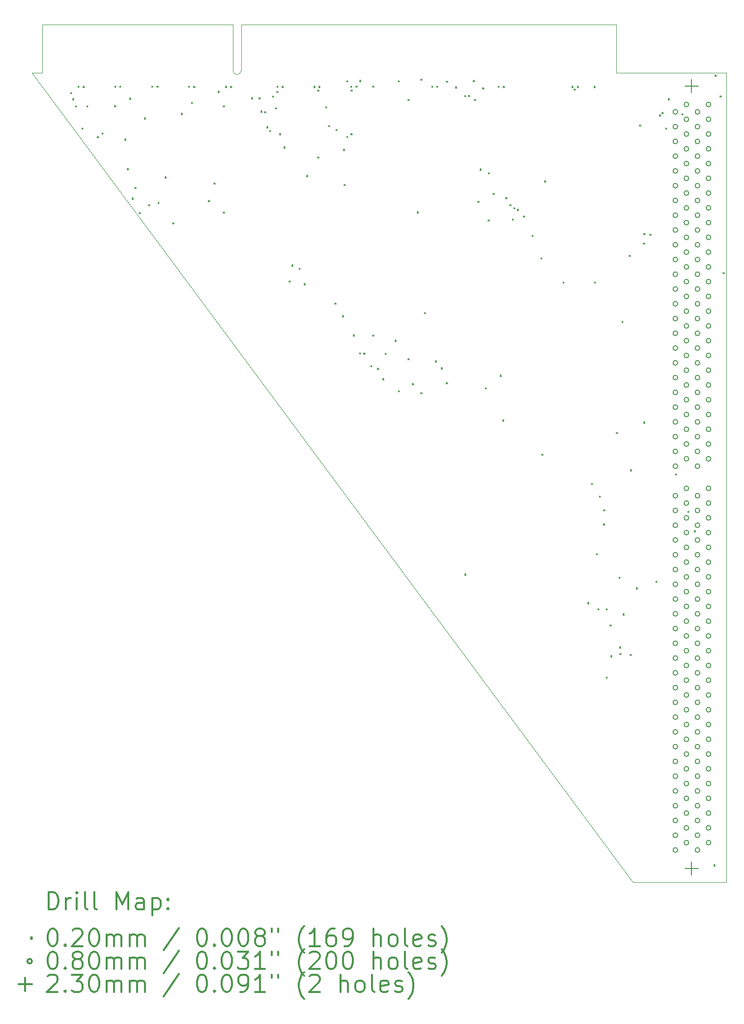
<source format=gbr>
%FSLAX45Y45*%
G04 Gerber Fmt 4.5, Leading zero omitted, Abs format (unit mm)*
G04 Created by KiCad (PCBNEW (5.1.6)-1) date 2023-02-01 13:27:30*
%MOMM*%
%LPD*%
G01*
G04 APERTURE LIST*
%TA.AperFunction,Profile*%
%ADD10C,0.050000*%
%TD*%
%ADD11C,0.200000*%
%ADD12C,0.300000*%
G04 APERTURE END LIST*
D10*
X14814804Y-17699736D02*
X4462780Y-3772154D01*
X14876272Y-3771900D02*
X14530324Y-3771900D01*
X4582160Y-3772154D02*
X4462780Y-3772154D01*
X4635754Y-3772154D02*
X4582160Y-3772154D01*
X16420084Y-17699736D02*
X14814804Y-17699736D01*
X16420084Y-3771900D02*
X16420084Y-17699736D01*
X14876272Y-3771900D02*
X16420084Y-3771900D01*
X4635754Y-2939542D02*
X4635754Y-3772154D01*
X7923784Y-2939542D02*
X4635754Y-2939542D01*
X14530324Y-3771900D02*
X14530324Y-3765296D01*
X14530324Y-2939542D02*
X14530324Y-3765296D01*
X7923784Y-3733038D02*
X7923784Y-3729482D01*
X8063487Y-3733292D02*
X8063484Y-3729482D01*
X8063487Y-3733292D02*
G75*
G02*
X7923784Y-3733038I-69852J0D01*
G01*
X8063484Y-2939542D02*
X14530324Y-2939542D01*
X8063484Y-3729482D02*
X8063484Y-2939542D01*
X7923784Y-2939542D02*
X7923784Y-3729482D01*
D11*
X5128928Y-4108356D02*
X5148928Y-4128356D01*
X5148928Y-4108356D02*
X5128928Y-4128356D01*
X5160210Y-4216830D02*
X5180210Y-4236830D01*
X5180210Y-4216830D02*
X5160210Y-4236830D01*
X5209680Y-4336000D02*
X5229680Y-4356000D01*
X5229680Y-4336000D02*
X5209680Y-4356000D01*
X5255670Y-4001420D02*
X5275670Y-4021420D01*
X5275670Y-4001420D02*
X5255670Y-4021420D01*
X5322476Y-4718464D02*
X5342476Y-4738464D01*
X5342476Y-4718464D02*
X5322476Y-4738464D01*
X5342290Y-4002690D02*
X5362290Y-4022690D01*
X5362290Y-4002690D02*
X5342290Y-4022690D01*
X5405250Y-4339930D02*
X5425250Y-4359930D01*
X5425250Y-4339930D02*
X5405250Y-4359930D01*
X5588560Y-4866770D02*
X5608560Y-4886770D01*
X5608560Y-4866770D02*
X5588560Y-4886770D01*
X5671080Y-4802630D02*
X5691080Y-4822630D01*
X5691080Y-4802630D02*
X5671080Y-4822630D01*
X5884324Y-4334416D02*
X5904324Y-4354416D01*
X5904324Y-4334416D02*
X5884324Y-4354416D01*
X5890420Y-4001170D02*
X5910420Y-4021170D01*
X5910420Y-4001170D02*
X5890420Y-4021170D01*
X5976780Y-4002180D02*
X5996780Y-4022180D01*
X5996780Y-4002180D02*
X5976780Y-4022180D01*
X6058370Y-4909290D02*
X6078370Y-4929290D01*
X6078370Y-4909290D02*
X6058370Y-4929290D01*
X6105890Y-5419190D02*
X6125890Y-5439190D01*
X6125890Y-5419190D02*
X6105890Y-5439190D01*
X6141130Y-4208150D02*
X6161130Y-4228150D01*
X6161130Y-4208150D02*
X6141130Y-4228150D01*
X6184230Y-5925600D02*
X6204230Y-5945600D01*
X6204230Y-5925600D02*
X6184230Y-5945600D01*
X6231740Y-5745200D02*
X6251740Y-5765200D01*
X6251740Y-5745200D02*
X6231740Y-5765200D01*
X6308400Y-6173770D02*
X6328400Y-6193770D01*
X6328400Y-6173770D02*
X6308400Y-6193770D01*
X6398670Y-4546580D02*
X6418670Y-4566580D01*
X6418670Y-4546580D02*
X6398670Y-4566580D01*
X6468524Y-6039264D02*
X6488524Y-6059264D01*
X6488524Y-6039264D02*
X6468524Y-6059264D01*
X6525930Y-4001170D02*
X6545930Y-4021170D01*
X6545930Y-4001170D02*
X6525930Y-4021170D01*
X6612290Y-4002180D02*
X6632290Y-4022180D01*
X6632290Y-4002180D02*
X6612290Y-4022180D01*
X6635420Y-5995640D02*
X6655420Y-6015640D01*
X6655420Y-5995640D02*
X6635420Y-6015640D01*
X6755010Y-5563000D02*
X6775010Y-5583000D01*
X6775010Y-5563000D02*
X6755010Y-5583000D01*
X6883880Y-6355060D02*
X6903880Y-6375060D01*
X6903880Y-6355060D02*
X6883880Y-6375060D01*
X7033670Y-4470190D02*
X7053670Y-4490190D01*
X7053670Y-4470190D02*
X7033670Y-4490190D01*
X7160670Y-4001420D02*
X7180670Y-4021420D01*
X7180670Y-4001420D02*
X7160670Y-4021420D01*
X7211220Y-4277520D02*
X7231220Y-4297520D01*
X7231220Y-4277520D02*
X7211220Y-4297520D01*
X7247290Y-4002690D02*
X7267290Y-4022690D01*
X7267290Y-4002690D02*
X7247290Y-4022690D01*
X7504050Y-5967140D02*
X7524050Y-5987140D01*
X7524050Y-5967140D02*
X7504050Y-5987140D01*
X7596150Y-5669130D02*
X7616150Y-5689130D01*
X7616150Y-5669130D02*
X7596150Y-5689130D01*
X7668670Y-4088140D02*
X7688670Y-4108140D01*
X7688670Y-4088140D02*
X7668670Y-4108140D01*
X7756330Y-4336100D02*
X7776330Y-4356100D01*
X7776330Y-4336100D02*
X7756330Y-4356100D01*
X7756330Y-6169910D02*
X7776330Y-6189910D01*
X7776330Y-6169910D02*
X7756330Y-6189910D01*
X7795670Y-4002950D02*
X7815670Y-4022950D01*
X7815670Y-4002950D02*
X7795670Y-4022950D01*
X7882800Y-4004220D02*
X7902800Y-4024220D01*
X7902800Y-4004220D02*
X7882800Y-4024220D01*
X8244492Y-4200304D02*
X8264492Y-4220304D01*
X8264492Y-4200304D02*
X8244492Y-4220304D01*
X8374540Y-4200304D02*
X8394540Y-4220304D01*
X8394540Y-4200304D02*
X8374540Y-4220304D01*
X8404400Y-4426670D02*
X8424400Y-4446670D01*
X8424400Y-4426670D02*
X8404400Y-4446670D01*
X8466320Y-4439070D02*
X8486320Y-4459070D01*
X8486320Y-4439070D02*
X8466320Y-4459070D01*
X8508500Y-4698520D02*
X8528500Y-4718520D01*
X8528500Y-4698520D02*
X8508500Y-4718520D01*
X8557670Y-4760800D02*
X8577670Y-4780800D01*
X8577670Y-4760800D02*
X8557670Y-4780800D01*
X8609440Y-4168120D02*
X8629440Y-4188120D01*
X8629440Y-4168120D02*
X8609440Y-4188120D01*
X8655972Y-4371500D02*
X8675972Y-4391500D01*
X8675972Y-4371500D02*
X8655972Y-4391500D01*
X8678260Y-4095680D02*
X8698260Y-4115680D01*
X8698260Y-4095680D02*
X8678260Y-4115680D01*
X8684930Y-4002180D02*
X8704930Y-4022180D01*
X8704930Y-4002180D02*
X8684930Y-4022180D01*
X8725380Y-4817300D02*
X8745380Y-4837300D01*
X8745380Y-4817300D02*
X8725380Y-4837300D01*
X8773830Y-4003200D02*
X8793830Y-4023200D01*
X8793830Y-4003200D02*
X8773830Y-4023200D01*
X8804250Y-5044270D02*
X8824250Y-5064270D01*
X8824250Y-5044270D02*
X8804250Y-5064270D01*
X8889930Y-7353030D02*
X8909930Y-7373030D01*
X8909930Y-7353030D02*
X8889930Y-7373030D01*
X8938670Y-7077460D02*
X8958670Y-7097460D01*
X8958670Y-7077460D02*
X8938670Y-7097460D01*
X9065670Y-7132040D02*
X9085670Y-7152040D01*
X9085670Y-7132040D02*
X9065670Y-7152040D01*
X9149380Y-7397790D02*
X9169380Y-7417790D01*
X9169380Y-7397790D02*
X9149380Y-7417790D01*
X9192670Y-5535910D02*
X9212670Y-5555910D01*
X9212670Y-5535910D02*
X9192670Y-5555910D01*
X9318400Y-4002690D02*
X9338400Y-4022690D01*
X9338400Y-4002690D02*
X9318400Y-4022690D01*
X9383170Y-4065020D02*
X9403170Y-4085020D01*
X9403170Y-4065020D02*
X9383170Y-4085020D01*
X9383170Y-5220500D02*
X9403170Y-5240500D01*
X9403170Y-5220500D02*
X9383170Y-5240500D01*
X9404760Y-4003710D02*
X9424760Y-4023710D01*
X9424760Y-4003710D02*
X9404760Y-4023710D01*
X9524550Y-4356860D02*
X9544550Y-4376860D01*
X9544550Y-4356860D02*
X9524550Y-4376860D01*
X9573670Y-4675090D02*
X9593670Y-4695090D01*
X9593670Y-4675090D02*
X9573670Y-4695090D01*
X9678068Y-7731920D02*
X9698068Y-7751920D01*
X9698068Y-7731920D02*
X9678068Y-7751920D01*
X9700670Y-4745110D02*
X9720670Y-4765110D01*
X9720670Y-4745110D02*
X9700670Y-4765110D01*
X9811672Y-7949852D02*
X9831672Y-7969852D01*
X9831672Y-7949852D02*
X9811672Y-7969852D01*
X9827670Y-5087010D02*
X9847670Y-5107010D01*
X9847670Y-5087010D02*
X9827670Y-5107010D01*
X9839104Y-5695856D02*
X9859104Y-5715856D01*
X9859104Y-5695856D02*
X9839104Y-5715856D01*
X9884920Y-3906290D02*
X9904920Y-3926290D01*
X9904920Y-3906290D02*
X9884920Y-3926290D01*
X9884920Y-4864830D02*
X9904920Y-4884830D01*
X9904920Y-4864830D02*
X9884920Y-4884830D01*
X9955440Y-4001170D02*
X9975440Y-4021170D01*
X9975440Y-4001170D02*
X9955440Y-4021170D01*
X9957110Y-4069270D02*
X9977110Y-4089270D01*
X9977110Y-4069270D02*
X9957110Y-4089270D01*
X9957110Y-4817320D02*
X9977110Y-4837320D01*
X9977110Y-4817320D02*
X9957110Y-4837320D01*
X9995060Y-8281068D02*
X10015060Y-8301068D01*
X10015060Y-8281068D02*
X9995060Y-8301068D01*
X10041800Y-4001680D02*
X10061800Y-4021680D01*
X10061800Y-4001680D02*
X10041800Y-4021680D01*
X10106330Y-3901820D02*
X10126330Y-3921820D01*
X10126330Y-3901820D02*
X10106330Y-3921820D01*
X10106330Y-8587120D02*
X10126330Y-8607120D01*
X10126330Y-8587120D02*
X10106330Y-8607120D01*
X10178620Y-8592200D02*
X10198620Y-8612200D01*
X10198620Y-8592200D02*
X10178620Y-8612200D01*
X10301970Y-8807520D02*
X10321970Y-8827520D01*
X10321970Y-8807520D02*
X10301970Y-8827520D01*
X10331870Y-3998270D02*
X10351870Y-4018270D01*
X10351870Y-3998270D02*
X10331870Y-4018270D01*
X10331870Y-8281480D02*
X10351870Y-8301480D01*
X10351870Y-8281480D02*
X10331870Y-8301480D01*
X10415120Y-8855890D02*
X10435120Y-8875890D01*
X10435120Y-8855890D02*
X10415120Y-8875890D01*
X10504040Y-9034350D02*
X10524040Y-9054350D01*
X10524040Y-9034350D02*
X10504040Y-9054350D01*
X10545200Y-8599620D02*
X10565200Y-8619620D01*
X10565200Y-8599620D02*
X10545200Y-8619620D01*
X10716670Y-8371500D02*
X10736670Y-8391500D01*
X10736670Y-8371500D02*
X10716670Y-8391500D01*
X10777560Y-3904240D02*
X10797560Y-3924240D01*
X10797560Y-3904240D02*
X10777560Y-3924240D01*
X10777560Y-9240650D02*
X10797560Y-9260650D01*
X10797560Y-9240650D02*
X10777560Y-9260650D01*
X10940870Y-4229330D02*
X10960870Y-4249330D01*
X10960870Y-4229330D02*
X10940870Y-4249330D01*
X10940870Y-8689710D02*
X10960870Y-8709710D01*
X10960870Y-8689710D02*
X10940870Y-8709710D01*
X11015124Y-9118252D02*
X11035124Y-9138252D01*
X11035124Y-9118252D02*
X11015124Y-9138252D01*
X11097670Y-6163310D02*
X11117670Y-6183310D01*
X11117670Y-6163310D02*
X11097670Y-6183310D01*
X11161170Y-3879090D02*
X11181170Y-3899090D01*
X11181170Y-3879090D02*
X11161170Y-3899090D01*
X11161170Y-9276370D02*
X11181170Y-9296370D01*
X11181170Y-9276370D02*
X11161170Y-9296370D01*
X11224670Y-7895130D02*
X11244670Y-7915130D01*
X11244670Y-7895130D02*
X11224670Y-7915130D01*
X11351700Y-4001930D02*
X11371700Y-4021930D01*
X11371700Y-4001930D02*
X11351700Y-4021930D01*
X11407808Y-8728616D02*
X11427808Y-8748616D01*
X11427808Y-8728616D02*
X11407808Y-8748616D01*
X11437300Y-4002180D02*
X11457300Y-4022180D01*
X11457300Y-4002180D02*
X11437300Y-4022180D01*
X11514000Y-8847210D02*
X11534000Y-8867210D01*
X11534000Y-8847210D02*
X11514000Y-8867210D01*
X11599260Y-3915790D02*
X11619260Y-3935790D01*
X11619260Y-3915790D02*
X11599260Y-3935790D01*
X11599260Y-9100760D02*
X11619260Y-9120760D01*
X11619260Y-9100760D02*
X11599260Y-9120760D01*
X11758836Y-4012852D02*
X11778836Y-4032852D01*
X11778836Y-4012852D02*
X11758836Y-4032852D01*
X11915320Y-4159310D02*
X11935320Y-4179310D01*
X11935320Y-4159310D02*
X11915320Y-4179310D01*
X11915320Y-12394650D02*
X11935320Y-12414650D01*
X11935320Y-12394650D02*
X11915320Y-12414650D01*
X11982380Y-4159310D02*
X12002380Y-4179310D01*
X12002380Y-4159310D02*
X11982380Y-4179310D01*
X12067450Y-3904010D02*
X12087450Y-3924010D01*
X12087450Y-3904010D02*
X12067450Y-3924010D01*
X12083320Y-4229330D02*
X12103320Y-4249330D01*
X12103320Y-4229330D02*
X12083320Y-4249330D01*
X12143600Y-5979150D02*
X12163600Y-5999150D01*
X12163600Y-5979150D02*
X12143600Y-5999150D01*
X12178460Y-5424980D02*
X12198460Y-5444980D01*
X12198460Y-5424980D02*
X12178460Y-5444980D01*
X12227880Y-4030900D02*
X12247880Y-4050900D01*
X12247880Y-4030900D02*
X12227880Y-4050900D01*
X12274120Y-9191850D02*
X12294120Y-9211850D01*
X12294120Y-9191850D02*
X12274120Y-9211850D01*
X12321630Y-6301520D02*
X12341630Y-6321520D01*
X12341630Y-6301520D02*
X12321630Y-6321520D01*
X12322420Y-5488400D02*
X12342420Y-5508400D01*
X12342420Y-5488400D02*
X12322420Y-5508400D01*
X12405960Y-5845190D02*
X12425960Y-5865190D01*
X12425960Y-5845190D02*
X12405960Y-5865190D01*
X12494700Y-4001930D02*
X12514700Y-4021930D01*
X12514700Y-4001930D02*
X12494700Y-4021930D01*
X12527800Y-8973750D02*
X12547800Y-8993750D01*
X12547800Y-8973750D02*
X12527800Y-8993750D01*
X12567572Y-9744616D02*
X12587572Y-9764616D01*
X12587572Y-9744616D02*
X12567572Y-9764616D01*
X12581300Y-4003200D02*
X12601300Y-4023200D01*
X12601300Y-4003200D02*
X12581300Y-4023200D01*
X12624080Y-5918560D02*
X12644080Y-5938560D01*
X12644080Y-5918560D02*
X12624080Y-5938560D01*
X12692360Y-6039750D02*
X12712360Y-6059750D01*
X12712360Y-6039750D02*
X12692360Y-6059750D01*
X12739870Y-6283930D02*
X12759870Y-6303930D01*
X12759870Y-6283930D02*
X12739870Y-6303930D01*
X12763630Y-6089750D02*
X12783630Y-6109750D01*
X12783630Y-6089750D02*
X12763630Y-6109750D01*
X12822390Y-6122080D02*
X12842390Y-6142080D01*
X12842390Y-6122080D02*
X12822390Y-6142080D01*
X12928590Y-6236420D02*
X12948590Y-6256420D01*
X12948590Y-6236420D02*
X12928590Y-6256420D01*
X13078630Y-6564390D02*
X13098630Y-6584390D01*
X13098630Y-6564390D02*
X13078630Y-6584390D01*
X13229496Y-6955188D02*
X13249496Y-6975188D01*
X13249496Y-6955188D02*
X13229496Y-6975188D01*
X13243720Y-10334912D02*
X13263720Y-10354912D01*
X13263720Y-10334912D02*
X13243720Y-10354912D01*
X13292996Y-5630832D02*
X13312996Y-5650832D01*
X13312996Y-5630832D02*
X13292996Y-5650832D01*
X13613544Y-7372256D02*
X13633544Y-7392256D01*
X13633544Y-7372256D02*
X13613544Y-7392256D01*
X13764900Y-4003200D02*
X13784900Y-4023200D01*
X13784900Y-4003200D02*
X13764900Y-4023200D01*
X13802370Y-4050730D02*
X13822370Y-4070730D01*
X13822370Y-4050730D02*
X13802370Y-4070730D01*
X13854300Y-4003200D02*
X13874300Y-4023200D01*
X13874300Y-4003200D02*
X13854300Y-4023200D01*
X14034168Y-12885580D02*
X14054168Y-12905580D01*
X14054168Y-12885580D02*
X14034168Y-12905580D01*
X14102910Y-10830590D02*
X14122910Y-10850590D01*
X14122910Y-10830590D02*
X14102910Y-10850590D01*
X14145400Y-4003200D02*
X14165400Y-4023200D01*
X14165400Y-4003200D02*
X14145400Y-4023200D01*
X14153548Y-7372256D02*
X14173548Y-7392256D01*
X14173548Y-7372256D02*
X14153548Y-7392256D01*
X14187584Y-12043824D02*
X14207584Y-12063824D01*
X14207584Y-12043824D02*
X14187584Y-12063824D01*
X14212990Y-12992280D02*
X14232990Y-13012280D01*
X14232990Y-12992280D02*
X14212990Y-13012280D01*
X14235336Y-11051192D02*
X14255336Y-11071192D01*
X14255336Y-11051192D02*
X14235336Y-11071192D01*
X14310012Y-11290968D02*
X14330012Y-11310968D01*
X14330012Y-11290968D02*
X14310012Y-11310968D01*
X14310012Y-11530744D02*
X14330012Y-11550744D01*
X14330012Y-11530744D02*
X14310012Y-11550744D01*
X14357350Y-12991770D02*
X14377350Y-13011770D01*
X14377350Y-12991770D02*
X14357350Y-13011770D01*
X14358780Y-14166248D02*
X14378780Y-14186248D01*
X14378780Y-14166248D02*
X14358780Y-14186248D01*
X14421264Y-13273184D02*
X14441264Y-13293184D01*
X14441264Y-13273184D02*
X14421264Y-13293184D01*
X14432948Y-13798964D02*
X14452948Y-13818964D01*
X14452948Y-13798964D02*
X14432948Y-13818964D01*
X14530140Y-9961940D02*
X14550140Y-9981940D01*
X14550140Y-9961940D02*
X14530140Y-9981940D01*
X14574680Y-12447684D02*
X14594680Y-12467684D01*
X14594680Y-12447684D02*
X14574680Y-12467684D01*
X14582808Y-13649104D02*
X14602808Y-13669104D01*
X14602808Y-13649104D02*
X14582808Y-13669104D01*
X14589950Y-13759540D02*
X14609950Y-13779540D01*
X14609950Y-13759540D02*
X14589950Y-13779540D01*
X14629020Y-8048860D02*
X14649020Y-8068860D01*
X14649020Y-8048860D02*
X14629020Y-8068860D01*
X14642244Y-13079636D02*
X14662244Y-13099636D01*
X14662244Y-13079636D02*
X14642244Y-13099636D01*
X14749432Y-6910992D02*
X14769432Y-6930992D01*
X14769432Y-6910992D02*
X14749432Y-6930992D01*
X14766704Y-13776612D02*
X14786704Y-13796612D01*
X14786704Y-13776612D02*
X14766704Y-13796612D01*
X14769130Y-10600800D02*
X14789130Y-10620800D01*
X14789130Y-10600800D02*
X14769130Y-10620800D01*
X14873580Y-12631960D02*
X14893580Y-12651960D01*
X14893580Y-12631960D02*
X14873580Y-12651960D01*
X14928440Y-4669270D02*
X14948440Y-4689270D01*
X14948440Y-4669270D02*
X14928440Y-4689270D01*
X14995812Y-6701696D02*
X15015812Y-6721696D01*
X15015812Y-6701696D02*
X14995812Y-6721696D01*
X14998352Y-9779668D02*
X15018352Y-9799668D01*
X15018352Y-9779668D02*
X14998352Y-9799668D01*
X15002580Y-6535400D02*
X15022580Y-6555400D01*
X15022580Y-6535400D02*
X15002580Y-6555400D01*
X15106556Y-6549804D02*
X15126556Y-6569804D01*
X15126556Y-6549804D02*
X15106556Y-6569804D01*
X15213236Y-12518296D02*
X15233236Y-12538296D01*
X15233236Y-12518296D02*
X15213236Y-12538296D01*
X15268960Y-4493780D02*
X15288960Y-4513780D01*
X15288960Y-4493780D02*
X15268960Y-4513780D01*
X15316480Y-4454010D02*
X15336480Y-4474010D01*
X15336480Y-4454010D02*
X15316480Y-4474010D01*
X15378220Y-4719710D02*
X15398220Y-4739710D01*
X15398220Y-4719710D02*
X15378220Y-4739710D01*
X15425730Y-4216800D02*
X15445730Y-4236800D01*
X15445730Y-4216800D02*
X15425730Y-4236800D01*
X15552072Y-10669176D02*
X15572072Y-10689176D01*
X15572072Y-10669176D02*
X15552072Y-10689176D01*
X15658170Y-4476240D02*
X15678170Y-4496240D01*
X15678170Y-4476240D02*
X15658170Y-4496240D01*
X15763460Y-11314590D02*
X15783460Y-11334590D01*
X15783460Y-11314590D02*
X15763460Y-11334590D01*
X15873390Y-11648720D02*
X15893390Y-11668720D01*
X15893390Y-11648720D02*
X15873390Y-11668720D01*
X16210948Y-17398144D02*
X16230948Y-17418144D01*
X16230948Y-17398144D02*
X16210948Y-17418144D01*
X16231440Y-3809130D02*
X16251440Y-3829130D01*
X16251440Y-3809130D02*
X16231440Y-3829130D01*
X16315030Y-4169290D02*
X16335030Y-4189290D01*
X16335030Y-4169290D02*
X16315030Y-4189290D01*
X16365820Y-7207700D02*
X16385820Y-7227700D01*
X16385820Y-7207700D02*
X16365820Y-7227700D01*
X15585800Y-4444500D02*
G75*
G03*
X15585800Y-4444500I-40000J0D01*
G01*
X15585800Y-4698500D02*
G75*
G03*
X15585800Y-4698500I-40000J0D01*
G01*
X15585800Y-4952500D02*
G75*
G03*
X15585800Y-4952500I-40000J0D01*
G01*
X15585800Y-5206500D02*
G75*
G03*
X15585800Y-5206500I-40000J0D01*
G01*
X15585800Y-5460500D02*
G75*
G03*
X15585800Y-5460500I-40000J0D01*
G01*
X15585800Y-5714500D02*
G75*
G03*
X15585800Y-5714500I-40000J0D01*
G01*
X15585800Y-5968500D02*
G75*
G03*
X15585800Y-5968500I-40000J0D01*
G01*
X15585800Y-6222500D02*
G75*
G03*
X15585800Y-6222500I-40000J0D01*
G01*
X15585800Y-6476500D02*
G75*
G03*
X15585800Y-6476500I-40000J0D01*
G01*
X15585800Y-6730500D02*
G75*
G03*
X15585800Y-6730500I-40000J0D01*
G01*
X15585800Y-6984500D02*
G75*
G03*
X15585800Y-6984500I-40000J0D01*
G01*
X15585800Y-7238500D02*
G75*
G03*
X15585800Y-7238500I-40000J0D01*
G01*
X15585800Y-7492500D02*
G75*
G03*
X15585800Y-7492500I-40000J0D01*
G01*
X15585800Y-7746500D02*
G75*
G03*
X15585800Y-7746500I-40000J0D01*
G01*
X15585800Y-8000500D02*
G75*
G03*
X15585800Y-8000500I-40000J0D01*
G01*
X15585800Y-8254500D02*
G75*
G03*
X15585800Y-8254500I-40000J0D01*
G01*
X15585800Y-8508500D02*
G75*
G03*
X15585800Y-8508500I-40000J0D01*
G01*
X15585800Y-8762500D02*
G75*
G03*
X15585800Y-8762500I-40000J0D01*
G01*
X15585800Y-9016500D02*
G75*
G03*
X15585800Y-9016500I-40000J0D01*
G01*
X15585800Y-9270500D02*
G75*
G03*
X15585800Y-9270500I-40000J0D01*
G01*
X15585800Y-9524500D02*
G75*
G03*
X15585800Y-9524500I-40000J0D01*
G01*
X15585800Y-9778500D02*
G75*
G03*
X15585800Y-9778500I-40000J0D01*
G01*
X15585800Y-10032500D02*
G75*
G03*
X15585800Y-10032500I-40000J0D01*
G01*
X15585800Y-10286500D02*
G75*
G03*
X15585800Y-10286500I-40000J0D01*
G01*
X15585800Y-10540500D02*
G75*
G03*
X15585800Y-10540500I-40000J0D01*
G01*
X15585800Y-11048500D02*
G75*
G03*
X15585800Y-11048500I-40000J0D01*
G01*
X15585800Y-11302500D02*
G75*
G03*
X15585800Y-11302500I-40000J0D01*
G01*
X15585800Y-11556500D02*
G75*
G03*
X15585800Y-11556500I-40000J0D01*
G01*
X15585800Y-11810500D02*
G75*
G03*
X15585800Y-11810500I-40000J0D01*
G01*
X15585800Y-12064500D02*
G75*
G03*
X15585800Y-12064500I-40000J0D01*
G01*
X15585800Y-12318500D02*
G75*
G03*
X15585800Y-12318500I-40000J0D01*
G01*
X15585800Y-12572500D02*
G75*
G03*
X15585800Y-12572500I-40000J0D01*
G01*
X15585800Y-12826500D02*
G75*
G03*
X15585800Y-12826500I-40000J0D01*
G01*
X15585800Y-13080500D02*
G75*
G03*
X15585800Y-13080500I-40000J0D01*
G01*
X15585800Y-13334500D02*
G75*
G03*
X15585800Y-13334500I-40000J0D01*
G01*
X15585800Y-13588500D02*
G75*
G03*
X15585800Y-13588500I-40000J0D01*
G01*
X15585800Y-13842500D02*
G75*
G03*
X15585800Y-13842500I-40000J0D01*
G01*
X15585800Y-14096500D02*
G75*
G03*
X15585800Y-14096500I-40000J0D01*
G01*
X15585800Y-14350500D02*
G75*
G03*
X15585800Y-14350500I-40000J0D01*
G01*
X15585800Y-14604500D02*
G75*
G03*
X15585800Y-14604500I-40000J0D01*
G01*
X15585800Y-14858500D02*
G75*
G03*
X15585800Y-14858500I-40000J0D01*
G01*
X15585800Y-15112500D02*
G75*
G03*
X15585800Y-15112500I-40000J0D01*
G01*
X15585800Y-15366500D02*
G75*
G03*
X15585800Y-15366500I-40000J0D01*
G01*
X15585800Y-15620500D02*
G75*
G03*
X15585800Y-15620500I-40000J0D01*
G01*
X15585800Y-15874500D02*
G75*
G03*
X15585800Y-15874500I-40000J0D01*
G01*
X15585800Y-16128500D02*
G75*
G03*
X15585800Y-16128500I-40000J0D01*
G01*
X15585800Y-16382500D02*
G75*
G03*
X15585800Y-16382500I-40000J0D01*
G01*
X15585800Y-16636500D02*
G75*
G03*
X15585800Y-16636500I-40000J0D01*
G01*
X15585800Y-16890500D02*
G75*
G03*
X15585800Y-16890500I-40000J0D01*
G01*
X15585800Y-17144500D02*
G75*
G03*
X15585800Y-17144500I-40000J0D01*
G01*
X15776300Y-4317500D02*
G75*
G03*
X15776300Y-4317500I-40000J0D01*
G01*
X15776300Y-4571500D02*
G75*
G03*
X15776300Y-4571500I-40000J0D01*
G01*
X15776300Y-4825500D02*
G75*
G03*
X15776300Y-4825500I-40000J0D01*
G01*
X15776300Y-5079500D02*
G75*
G03*
X15776300Y-5079500I-40000J0D01*
G01*
X15776300Y-5333500D02*
G75*
G03*
X15776300Y-5333500I-40000J0D01*
G01*
X15776300Y-5587500D02*
G75*
G03*
X15776300Y-5587500I-40000J0D01*
G01*
X15776300Y-5841500D02*
G75*
G03*
X15776300Y-5841500I-40000J0D01*
G01*
X15776300Y-6095500D02*
G75*
G03*
X15776300Y-6095500I-40000J0D01*
G01*
X15776300Y-6349500D02*
G75*
G03*
X15776300Y-6349500I-40000J0D01*
G01*
X15776300Y-6603500D02*
G75*
G03*
X15776300Y-6603500I-40000J0D01*
G01*
X15776300Y-6857500D02*
G75*
G03*
X15776300Y-6857500I-40000J0D01*
G01*
X15776300Y-7111500D02*
G75*
G03*
X15776300Y-7111500I-40000J0D01*
G01*
X15776300Y-7365500D02*
G75*
G03*
X15776300Y-7365500I-40000J0D01*
G01*
X15776300Y-7619500D02*
G75*
G03*
X15776300Y-7619500I-40000J0D01*
G01*
X15776300Y-7873500D02*
G75*
G03*
X15776300Y-7873500I-40000J0D01*
G01*
X15776300Y-8127500D02*
G75*
G03*
X15776300Y-8127500I-40000J0D01*
G01*
X15776300Y-8381500D02*
G75*
G03*
X15776300Y-8381500I-40000J0D01*
G01*
X15776300Y-8635500D02*
G75*
G03*
X15776300Y-8635500I-40000J0D01*
G01*
X15776300Y-8889500D02*
G75*
G03*
X15776300Y-8889500I-40000J0D01*
G01*
X15776300Y-9143500D02*
G75*
G03*
X15776300Y-9143500I-40000J0D01*
G01*
X15776300Y-9397500D02*
G75*
G03*
X15776300Y-9397500I-40000J0D01*
G01*
X15776300Y-9651500D02*
G75*
G03*
X15776300Y-9651500I-40000J0D01*
G01*
X15776300Y-9905500D02*
G75*
G03*
X15776300Y-9905500I-40000J0D01*
G01*
X15776300Y-10159500D02*
G75*
G03*
X15776300Y-10159500I-40000J0D01*
G01*
X15776300Y-10413500D02*
G75*
G03*
X15776300Y-10413500I-40000J0D01*
G01*
X15776300Y-10921500D02*
G75*
G03*
X15776300Y-10921500I-40000J0D01*
G01*
X15776300Y-11175500D02*
G75*
G03*
X15776300Y-11175500I-40000J0D01*
G01*
X15776300Y-11429500D02*
G75*
G03*
X15776300Y-11429500I-40000J0D01*
G01*
X15776300Y-11683500D02*
G75*
G03*
X15776300Y-11683500I-40000J0D01*
G01*
X15776300Y-11937500D02*
G75*
G03*
X15776300Y-11937500I-40000J0D01*
G01*
X15776300Y-12191500D02*
G75*
G03*
X15776300Y-12191500I-40000J0D01*
G01*
X15776300Y-12445500D02*
G75*
G03*
X15776300Y-12445500I-40000J0D01*
G01*
X15776300Y-12699500D02*
G75*
G03*
X15776300Y-12699500I-40000J0D01*
G01*
X15776300Y-12953500D02*
G75*
G03*
X15776300Y-12953500I-40000J0D01*
G01*
X15776300Y-13207500D02*
G75*
G03*
X15776300Y-13207500I-40000J0D01*
G01*
X15776300Y-13461500D02*
G75*
G03*
X15776300Y-13461500I-40000J0D01*
G01*
X15776300Y-13715500D02*
G75*
G03*
X15776300Y-13715500I-40000J0D01*
G01*
X15776300Y-13969500D02*
G75*
G03*
X15776300Y-13969500I-40000J0D01*
G01*
X15776300Y-14223500D02*
G75*
G03*
X15776300Y-14223500I-40000J0D01*
G01*
X15776300Y-14477500D02*
G75*
G03*
X15776300Y-14477500I-40000J0D01*
G01*
X15776300Y-14731500D02*
G75*
G03*
X15776300Y-14731500I-40000J0D01*
G01*
X15776300Y-14985500D02*
G75*
G03*
X15776300Y-14985500I-40000J0D01*
G01*
X15776300Y-15239500D02*
G75*
G03*
X15776300Y-15239500I-40000J0D01*
G01*
X15776300Y-15493500D02*
G75*
G03*
X15776300Y-15493500I-40000J0D01*
G01*
X15776300Y-15747500D02*
G75*
G03*
X15776300Y-15747500I-40000J0D01*
G01*
X15776300Y-16001500D02*
G75*
G03*
X15776300Y-16001500I-40000J0D01*
G01*
X15776300Y-16255500D02*
G75*
G03*
X15776300Y-16255500I-40000J0D01*
G01*
X15776300Y-16509500D02*
G75*
G03*
X15776300Y-16509500I-40000J0D01*
G01*
X15776300Y-16763500D02*
G75*
G03*
X15776300Y-16763500I-40000J0D01*
G01*
X15776300Y-17017500D02*
G75*
G03*
X15776300Y-17017500I-40000J0D01*
G01*
X15966800Y-4444500D02*
G75*
G03*
X15966800Y-4444500I-40000J0D01*
G01*
X15966800Y-4698500D02*
G75*
G03*
X15966800Y-4698500I-40000J0D01*
G01*
X15966800Y-4952500D02*
G75*
G03*
X15966800Y-4952500I-40000J0D01*
G01*
X15966800Y-5206500D02*
G75*
G03*
X15966800Y-5206500I-40000J0D01*
G01*
X15966800Y-5460500D02*
G75*
G03*
X15966800Y-5460500I-40000J0D01*
G01*
X15966800Y-5714500D02*
G75*
G03*
X15966800Y-5714500I-40000J0D01*
G01*
X15966800Y-5968500D02*
G75*
G03*
X15966800Y-5968500I-40000J0D01*
G01*
X15966800Y-6222500D02*
G75*
G03*
X15966800Y-6222500I-40000J0D01*
G01*
X15966800Y-6476500D02*
G75*
G03*
X15966800Y-6476500I-40000J0D01*
G01*
X15966800Y-6730500D02*
G75*
G03*
X15966800Y-6730500I-40000J0D01*
G01*
X15966800Y-6984500D02*
G75*
G03*
X15966800Y-6984500I-40000J0D01*
G01*
X15966800Y-7238500D02*
G75*
G03*
X15966800Y-7238500I-40000J0D01*
G01*
X15966800Y-7492500D02*
G75*
G03*
X15966800Y-7492500I-40000J0D01*
G01*
X15966800Y-7746500D02*
G75*
G03*
X15966800Y-7746500I-40000J0D01*
G01*
X15966800Y-8000500D02*
G75*
G03*
X15966800Y-8000500I-40000J0D01*
G01*
X15966800Y-8254500D02*
G75*
G03*
X15966800Y-8254500I-40000J0D01*
G01*
X15966800Y-8508500D02*
G75*
G03*
X15966800Y-8508500I-40000J0D01*
G01*
X15966800Y-8762500D02*
G75*
G03*
X15966800Y-8762500I-40000J0D01*
G01*
X15966800Y-9016500D02*
G75*
G03*
X15966800Y-9016500I-40000J0D01*
G01*
X15966800Y-9270500D02*
G75*
G03*
X15966800Y-9270500I-40000J0D01*
G01*
X15966800Y-9524500D02*
G75*
G03*
X15966800Y-9524500I-40000J0D01*
G01*
X15966800Y-9778500D02*
G75*
G03*
X15966800Y-9778500I-40000J0D01*
G01*
X15966800Y-10032500D02*
G75*
G03*
X15966800Y-10032500I-40000J0D01*
G01*
X15966800Y-10286500D02*
G75*
G03*
X15966800Y-10286500I-40000J0D01*
G01*
X15966800Y-10540500D02*
G75*
G03*
X15966800Y-10540500I-40000J0D01*
G01*
X15966800Y-11048500D02*
G75*
G03*
X15966800Y-11048500I-40000J0D01*
G01*
X15966800Y-11302500D02*
G75*
G03*
X15966800Y-11302500I-40000J0D01*
G01*
X15966800Y-11556500D02*
G75*
G03*
X15966800Y-11556500I-40000J0D01*
G01*
X15966800Y-11810500D02*
G75*
G03*
X15966800Y-11810500I-40000J0D01*
G01*
X15966800Y-12064500D02*
G75*
G03*
X15966800Y-12064500I-40000J0D01*
G01*
X15966800Y-12318500D02*
G75*
G03*
X15966800Y-12318500I-40000J0D01*
G01*
X15966800Y-12572500D02*
G75*
G03*
X15966800Y-12572500I-40000J0D01*
G01*
X15966800Y-12826500D02*
G75*
G03*
X15966800Y-12826500I-40000J0D01*
G01*
X15966800Y-13080500D02*
G75*
G03*
X15966800Y-13080500I-40000J0D01*
G01*
X15966800Y-13334500D02*
G75*
G03*
X15966800Y-13334500I-40000J0D01*
G01*
X15966800Y-13588500D02*
G75*
G03*
X15966800Y-13588500I-40000J0D01*
G01*
X15966800Y-13842500D02*
G75*
G03*
X15966800Y-13842500I-40000J0D01*
G01*
X15966800Y-14096500D02*
G75*
G03*
X15966800Y-14096500I-40000J0D01*
G01*
X15966800Y-14350500D02*
G75*
G03*
X15966800Y-14350500I-40000J0D01*
G01*
X15966800Y-14604500D02*
G75*
G03*
X15966800Y-14604500I-40000J0D01*
G01*
X15966800Y-14858500D02*
G75*
G03*
X15966800Y-14858500I-40000J0D01*
G01*
X15966800Y-15112500D02*
G75*
G03*
X15966800Y-15112500I-40000J0D01*
G01*
X15966800Y-15366500D02*
G75*
G03*
X15966800Y-15366500I-40000J0D01*
G01*
X15966800Y-15620500D02*
G75*
G03*
X15966800Y-15620500I-40000J0D01*
G01*
X15966800Y-15874500D02*
G75*
G03*
X15966800Y-15874500I-40000J0D01*
G01*
X15966800Y-16128500D02*
G75*
G03*
X15966800Y-16128500I-40000J0D01*
G01*
X15966800Y-16382500D02*
G75*
G03*
X15966800Y-16382500I-40000J0D01*
G01*
X15966800Y-16636500D02*
G75*
G03*
X15966800Y-16636500I-40000J0D01*
G01*
X15966800Y-16890500D02*
G75*
G03*
X15966800Y-16890500I-40000J0D01*
G01*
X15966800Y-17144500D02*
G75*
G03*
X15966800Y-17144500I-40000J0D01*
G01*
X16157300Y-4317500D02*
G75*
G03*
X16157300Y-4317500I-40000J0D01*
G01*
X16157300Y-4571500D02*
G75*
G03*
X16157300Y-4571500I-40000J0D01*
G01*
X16157300Y-4825500D02*
G75*
G03*
X16157300Y-4825500I-40000J0D01*
G01*
X16157300Y-5079500D02*
G75*
G03*
X16157300Y-5079500I-40000J0D01*
G01*
X16157300Y-5333500D02*
G75*
G03*
X16157300Y-5333500I-40000J0D01*
G01*
X16157300Y-5587500D02*
G75*
G03*
X16157300Y-5587500I-40000J0D01*
G01*
X16157300Y-5841500D02*
G75*
G03*
X16157300Y-5841500I-40000J0D01*
G01*
X16157300Y-6095500D02*
G75*
G03*
X16157300Y-6095500I-40000J0D01*
G01*
X16157300Y-6349500D02*
G75*
G03*
X16157300Y-6349500I-40000J0D01*
G01*
X16157300Y-6603500D02*
G75*
G03*
X16157300Y-6603500I-40000J0D01*
G01*
X16157300Y-6857500D02*
G75*
G03*
X16157300Y-6857500I-40000J0D01*
G01*
X16157300Y-7111500D02*
G75*
G03*
X16157300Y-7111500I-40000J0D01*
G01*
X16157300Y-7365500D02*
G75*
G03*
X16157300Y-7365500I-40000J0D01*
G01*
X16157300Y-7619500D02*
G75*
G03*
X16157300Y-7619500I-40000J0D01*
G01*
X16157300Y-7873500D02*
G75*
G03*
X16157300Y-7873500I-40000J0D01*
G01*
X16157300Y-8127500D02*
G75*
G03*
X16157300Y-8127500I-40000J0D01*
G01*
X16157300Y-8381500D02*
G75*
G03*
X16157300Y-8381500I-40000J0D01*
G01*
X16157300Y-8635500D02*
G75*
G03*
X16157300Y-8635500I-40000J0D01*
G01*
X16157300Y-8889500D02*
G75*
G03*
X16157300Y-8889500I-40000J0D01*
G01*
X16157300Y-9143500D02*
G75*
G03*
X16157300Y-9143500I-40000J0D01*
G01*
X16157300Y-9397500D02*
G75*
G03*
X16157300Y-9397500I-40000J0D01*
G01*
X16157300Y-9651500D02*
G75*
G03*
X16157300Y-9651500I-40000J0D01*
G01*
X16157300Y-9905500D02*
G75*
G03*
X16157300Y-9905500I-40000J0D01*
G01*
X16157300Y-10159500D02*
G75*
G03*
X16157300Y-10159500I-40000J0D01*
G01*
X16157300Y-10413500D02*
G75*
G03*
X16157300Y-10413500I-40000J0D01*
G01*
X16157300Y-10921500D02*
G75*
G03*
X16157300Y-10921500I-40000J0D01*
G01*
X16157300Y-11175500D02*
G75*
G03*
X16157300Y-11175500I-40000J0D01*
G01*
X16157300Y-11429500D02*
G75*
G03*
X16157300Y-11429500I-40000J0D01*
G01*
X16157300Y-11683500D02*
G75*
G03*
X16157300Y-11683500I-40000J0D01*
G01*
X16157300Y-11937500D02*
G75*
G03*
X16157300Y-11937500I-40000J0D01*
G01*
X16157300Y-12191500D02*
G75*
G03*
X16157300Y-12191500I-40000J0D01*
G01*
X16157300Y-12445500D02*
G75*
G03*
X16157300Y-12445500I-40000J0D01*
G01*
X16157300Y-12699500D02*
G75*
G03*
X16157300Y-12699500I-40000J0D01*
G01*
X16157300Y-12953500D02*
G75*
G03*
X16157300Y-12953500I-40000J0D01*
G01*
X16157300Y-13207500D02*
G75*
G03*
X16157300Y-13207500I-40000J0D01*
G01*
X16157300Y-13461500D02*
G75*
G03*
X16157300Y-13461500I-40000J0D01*
G01*
X16157300Y-13715500D02*
G75*
G03*
X16157300Y-13715500I-40000J0D01*
G01*
X16157300Y-13969500D02*
G75*
G03*
X16157300Y-13969500I-40000J0D01*
G01*
X16157300Y-14223500D02*
G75*
G03*
X16157300Y-14223500I-40000J0D01*
G01*
X16157300Y-14477500D02*
G75*
G03*
X16157300Y-14477500I-40000J0D01*
G01*
X16157300Y-14731500D02*
G75*
G03*
X16157300Y-14731500I-40000J0D01*
G01*
X16157300Y-14985500D02*
G75*
G03*
X16157300Y-14985500I-40000J0D01*
G01*
X16157300Y-15239500D02*
G75*
G03*
X16157300Y-15239500I-40000J0D01*
G01*
X16157300Y-15493500D02*
G75*
G03*
X16157300Y-15493500I-40000J0D01*
G01*
X16157300Y-15747500D02*
G75*
G03*
X16157300Y-15747500I-40000J0D01*
G01*
X16157300Y-16001500D02*
G75*
G03*
X16157300Y-16001500I-40000J0D01*
G01*
X16157300Y-16255500D02*
G75*
G03*
X16157300Y-16255500I-40000J0D01*
G01*
X16157300Y-16509500D02*
G75*
G03*
X16157300Y-16509500I-40000J0D01*
G01*
X16157300Y-16763500D02*
G75*
G03*
X16157300Y-16763500I-40000J0D01*
G01*
X16157300Y-17017500D02*
G75*
G03*
X16157300Y-17017500I-40000J0D01*
G01*
X15825200Y-3885000D02*
X15825200Y-4115000D01*
X15710200Y-4000000D02*
X15940200Y-4000000D01*
X15825200Y-17347000D02*
X15825200Y-17577000D01*
X15710200Y-17462000D02*
X15940200Y-17462000D01*
D12*
X4746708Y-18167950D02*
X4746708Y-17867950D01*
X4818137Y-17867950D01*
X4860994Y-17882236D01*
X4889566Y-17910808D01*
X4903851Y-17939379D01*
X4918137Y-17996522D01*
X4918137Y-18039379D01*
X4903851Y-18096522D01*
X4889566Y-18125093D01*
X4860994Y-18153665D01*
X4818137Y-18167950D01*
X4746708Y-18167950D01*
X5046708Y-18167950D02*
X5046708Y-17967950D01*
X5046708Y-18025093D02*
X5060994Y-17996522D01*
X5075280Y-17982236D01*
X5103851Y-17967950D01*
X5132423Y-17967950D01*
X5232423Y-18167950D02*
X5232423Y-17967950D01*
X5232423Y-17867950D02*
X5218137Y-17882236D01*
X5232423Y-17896522D01*
X5246708Y-17882236D01*
X5232423Y-17867950D01*
X5232423Y-17896522D01*
X5418137Y-18167950D02*
X5389566Y-18153665D01*
X5375280Y-18125093D01*
X5375280Y-17867950D01*
X5575280Y-18167950D02*
X5546708Y-18153665D01*
X5532423Y-18125093D01*
X5532423Y-17867950D01*
X5918137Y-18167950D02*
X5918137Y-17867950D01*
X6018137Y-18082236D01*
X6118137Y-17867950D01*
X6118137Y-18167950D01*
X6389566Y-18167950D02*
X6389566Y-18010808D01*
X6375280Y-17982236D01*
X6346708Y-17967950D01*
X6289566Y-17967950D01*
X6260994Y-17982236D01*
X6389566Y-18153665D02*
X6360994Y-18167950D01*
X6289566Y-18167950D01*
X6260994Y-18153665D01*
X6246708Y-18125093D01*
X6246708Y-18096522D01*
X6260994Y-18067950D01*
X6289566Y-18053665D01*
X6360994Y-18053665D01*
X6389566Y-18039379D01*
X6532423Y-17967950D02*
X6532423Y-18267950D01*
X6532423Y-17982236D02*
X6560994Y-17967950D01*
X6618137Y-17967950D01*
X6646708Y-17982236D01*
X6660994Y-17996522D01*
X6675280Y-18025093D01*
X6675280Y-18110808D01*
X6660994Y-18139379D01*
X6646708Y-18153665D01*
X6618137Y-18167950D01*
X6560994Y-18167950D01*
X6532423Y-18153665D01*
X6803851Y-18139379D02*
X6818137Y-18153665D01*
X6803851Y-18167950D01*
X6789566Y-18153665D01*
X6803851Y-18139379D01*
X6803851Y-18167950D01*
X6803851Y-17982236D02*
X6818137Y-17996522D01*
X6803851Y-18010808D01*
X6789566Y-17996522D01*
X6803851Y-17982236D01*
X6803851Y-18010808D01*
X4440280Y-18652236D02*
X4460280Y-18672236D01*
X4460280Y-18652236D02*
X4440280Y-18672236D01*
X4803851Y-18497950D02*
X4832423Y-18497950D01*
X4860994Y-18512236D01*
X4875280Y-18526522D01*
X4889566Y-18555093D01*
X4903851Y-18612236D01*
X4903851Y-18683665D01*
X4889566Y-18740808D01*
X4875280Y-18769379D01*
X4860994Y-18783665D01*
X4832423Y-18797950D01*
X4803851Y-18797950D01*
X4775280Y-18783665D01*
X4760994Y-18769379D01*
X4746708Y-18740808D01*
X4732423Y-18683665D01*
X4732423Y-18612236D01*
X4746708Y-18555093D01*
X4760994Y-18526522D01*
X4775280Y-18512236D01*
X4803851Y-18497950D01*
X5032423Y-18769379D02*
X5046708Y-18783665D01*
X5032423Y-18797950D01*
X5018137Y-18783665D01*
X5032423Y-18769379D01*
X5032423Y-18797950D01*
X5160994Y-18526522D02*
X5175280Y-18512236D01*
X5203851Y-18497950D01*
X5275280Y-18497950D01*
X5303851Y-18512236D01*
X5318137Y-18526522D01*
X5332423Y-18555093D01*
X5332423Y-18583665D01*
X5318137Y-18626522D01*
X5146708Y-18797950D01*
X5332423Y-18797950D01*
X5518137Y-18497950D02*
X5546708Y-18497950D01*
X5575280Y-18512236D01*
X5589566Y-18526522D01*
X5603851Y-18555093D01*
X5618137Y-18612236D01*
X5618137Y-18683665D01*
X5603851Y-18740808D01*
X5589566Y-18769379D01*
X5575280Y-18783665D01*
X5546708Y-18797950D01*
X5518137Y-18797950D01*
X5489566Y-18783665D01*
X5475280Y-18769379D01*
X5460994Y-18740808D01*
X5446708Y-18683665D01*
X5446708Y-18612236D01*
X5460994Y-18555093D01*
X5475280Y-18526522D01*
X5489566Y-18512236D01*
X5518137Y-18497950D01*
X5746708Y-18797950D02*
X5746708Y-18597950D01*
X5746708Y-18626522D02*
X5760994Y-18612236D01*
X5789566Y-18597950D01*
X5832423Y-18597950D01*
X5860994Y-18612236D01*
X5875280Y-18640808D01*
X5875280Y-18797950D01*
X5875280Y-18640808D02*
X5889566Y-18612236D01*
X5918137Y-18597950D01*
X5960994Y-18597950D01*
X5989566Y-18612236D01*
X6003851Y-18640808D01*
X6003851Y-18797950D01*
X6146708Y-18797950D02*
X6146708Y-18597950D01*
X6146708Y-18626522D02*
X6160994Y-18612236D01*
X6189566Y-18597950D01*
X6232423Y-18597950D01*
X6260994Y-18612236D01*
X6275280Y-18640808D01*
X6275280Y-18797950D01*
X6275280Y-18640808D02*
X6289566Y-18612236D01*
X6318137Y-18597950D01*
X6360994Y-18597950D01*
X6389566Y-18612236D01*
X6403851Y-18640808D01*
X6403851Y-18797950D01*
X6989566Y-18483665D02*
X6732423Y-18869379D01*
X7375280Y-18497950D02*
X7403851Y-18497950D01*
X7432423Y-18512236D01*
X7446708Y-18526522D01*
X7460994Y-18555093D01*
X7475280Y-18612236D01*
X7475280Y-18683665D01*
X7460994Y-18740808D01*
X7446708Y-18769379D01*
X7432423Y-18783665D01*
X7403851Y-18797950D01*
X7375280Y-18797950D01*
X7346708Y-18783665D01*
X7332423Y-18769379D01*
X7318137Y-18740808D01*
X7303851Y-18683665D01*
X7303851Y-18612236D01*
X7318137Y-18555093D01*
X7332423Y-18526522D01*
X7346708Y-18512236D01*
X7375280Y-18497950D01*
X7603851Y-18769379D02*
X7618137Y-18783665D01*
X7603851Y-18797950D01*
X7589566Y-18783665D01*
X7603851Y-18769379D01*
X7603851Y-18797950D01*
X7803851Y-18497950D02*
X7832423Y-18497950D01*
X7860994Y-18512236D01*
X7875280Y-18526522D01*
X7889566Y-18555093D01*
X7903851Y-18612236D01*
X7903851Y-18683665D01*
X7889566Y-18740808D01*
X7875280Y-18769379D01*
X7860994Y-18783665D01*
X7832423Y-18797950D01*
X7803851Y-18797950D01*
X7775280Y-18783665D01*
X7760994Y-18769379D01*
X7746708Y-18740808D01*
X7732423Y-18683665D01*
X7732423Y-18612236D01*
X7746708Y-18555093D01*
X7760994Y-18526522D01*
X7775280Y-18512236D01*
X7803851Y-18497950D01*
X8089566Y-18497950D02*
X8118137Y-18497950D01*
X8146708Y-18512236D01*
X8160994Y-18526522D01*
X8175280Y-18555093D01*
X8189566Y-18612236D01*
X8189566Y-18683665D01*
X8175280Y-18740808D01*
X8160994Y-18769379D01*
X8146708Y-18783665D01*
X8118137Y-18797950D01*
X8089566Y-18797950D01*
X8060994Y-18783665D01*
X8046708Y-18769379D01*
X8032423Y-18740808D01*
X8018137Y-18683665D01*
X8018137Y-18612236D01*
X8032423Y-18555093D01*
X8046708Y-18526522D01*
X8060994Y-18512236D01*
X8089566Y-18497950D01*
X8360994Y-18626522D02*
X8332423Y-18612236D01*
X8318137Y-18597950D01*
X8303851Y-18569379D01*
X8303851Y-18555093D01*
X8318137Y-18526522D01*
X8332423Y-18512236D01*
X8360994Y-18497950D01*
X8418137Y-18497950D01*
X8446708Y-18512236D01*
X8460994Y-18526522D01*
X8475280Y-18555093D01*
X8475280Y-18569379D01*
X8460994Y-18597950D01*
X8446708Y-18612236D01*
X8418137Y-18626522D01*
X8360994Y-18626522D01*
X8332423Y-18640808D01*
X8318137Y-18655093D01*
X8303851Y-18683665D01*
X8303851Y-18740808D01*
X8318137Y-18769379D01*
X8332423Y-18783665D01*
X8360994Y-18797950D01*
X8418137Y-18797950D01*
X8446708Y-18783665D01*
X8460994Y-18769379D01*
X8475280Y-18740808D01*
X8475280Y-18683665D01*
X8460994Y-18655093D01*
X8446708Y-18640808D01*
X8418137Y-18626522D01*
X8589566Y-18497950D02*
X8589566Y-18555093D01*
X8703851Y-18497950D02*
X8703851Y-18555093D01*
X9146708Y-18912236D02*
X9132423Y-18897950D01*
X9103851Y-18855093D01*
X9089566Y-18826522D01*
X9075280Y-18783665D01*
X9060994Y-18712236D01*
X9060994Y-18655093D01*
X9075280Y-18583665D01*
X9089566Y-18540808D01*
X9103851Y-18512236D01*
X9132423Y-18469379D01*
X9146708Y-18455093D01*
X9418137Y-18797950D02*
X9246708Y-18797950D01*
X9332423Y-18797950D02*
X9332423Y-18497950D01*
X9303851Y-18540808D01*
X9275280Y-18569379D01*
X9246708Y-18583665D01*
X9675280Y-18497950D02*
X9618137Y-18497950D01*
X9589566Y-18512236D01*
X9575280Y-18526522D01*
X9546708Y-18569379D01*
X9532423Y-18626522D01*
X9532423Y-18740808D01*
X9546708Y-18769379D01*
X9560994Y-18783665D01*
X9589566Y-18797950D01*
X9646708Y-18797950D01*
X9675280Y-18783665D01*
X9689566Y-18769379D01*
X9703851Y-18740808D01*
X9703851Y-18669379D01*
X9689566Y-18640808D01*
X9675280Y-18626522D01*
X9646708Y-18612236D01*
X9589566Y-18612236D01*
X9560994Y-18626522D01*
X9546708Y-18640808D01*
X9532423Y-18669379D01*
X9846708Y-18797950D02*
X9903851Y-18797950D01*
X9932423Y-18783665D01*
X9946708Y-18769379D01*
X9975280Y-18726522D01*
X9989566Y-18669379D01*
X9989566Y-18555093D01*
X9975280Y-18526522D01*
X9960994Y-18512236D01*
X9932423Y-18497950D01*
X9875280Y-18497950D01*
X9846708Y-18512236D01*
X9832423Y-18526522D01*
X9818137Y-18555093D01*
X9818137Y-18626522D01*
X9832423Y-18655093D01*
X9846708Y-18669379D01*
X9875280Y-18683665D01*
X9932423Y-18683665D01*
X9960994Y-18669379D01*
X9975280Y-18655093D01*
X9989566Y-18626522D01*
X10346708Y-18797950D02*
X10346708Y-18497950D01*
X10475280Y-18797950D02*
X10475280Y-18640808D01*
X10460994Y-18612236D01*
X10432423Y-18597950D01*
X10389566Y-18597950D01*
X10360994Y-18612236D01*
X10346708Y-18626522D01*
X10660994Y-18797950D02*
X10632423Y-18783665D01*
X10618137Y-18769379D01*
X10603851Y-18740808D01*
X10603851Y-18655093D01*
X10618137Y-18626522D01*
X10632423Y-18612236D01*
X10660994Y-18597950D01*
X10703851Y-18597950D01*
X10732423Y-18612236D01*
X10746708Y-18626522D01*
X10760994Y-18655093D01*
X10760994Y-18740808D01*
X10746708Y-18769379D01*
X10732423Y-18783665D01*
X10703851Y-18797950D01*
X10660994Y-18797950D01*
X10932423Y-18797950D02*
X10903851Y-18783665D01*
X10889566Y-18755093D01*
X10889566Y-18497950D01*
X11160994Y-18783665D02*
X11132423Y-18797950D01*
X11075280Y-18797950D01*
X11046708Y-18783665D01*
X11032423Y-18755093D01*
X11032423Y-18640808D01*
X11046708Y-18612236D01*
X11075280Y-18597950D01*
X11132423Y-18597950D01*
X11160994Y-18612236D01*
X11175280Y-18640808D01*
X11175280Y-18669379D01*
X11032423Y-18697950D01*
X11289566Y-18783665D02*
X11318137Y-18797950D01*
X11375280Y-18797950D01*
X11403851Y-18783665D01*
X11418137Y-18755093D01*
X11418137Y-18740808D01*
X11403851Y-18712236D01*
X11375280Y-18697950D01*
X11332423Y-18697950D01*
X11303851Y-18683665D01*
X11289566Y-18655093D01*
X11289566Y-18640808D01*
X11303851Y-18612236D01*
X11332423Y-18597950D01*
X11375280Y-18597950D01*
X11403851Y-18612236D01*
X11518137Y-18912236D02*
X11532423Y-18897950D01*
X11560994Y-18855093D01*
X11575280Y-18826522D01*
X11589566Y-18783665D01*
X11603851Y-18712236D01*
X11603851Y-18655093D01*
X11589566Y-18583665D01*
X11575280Y-18540808D01*
X11560994Y-18512236D01*
X11532423Y-18469379D01*
X11518137Y-18455093D01*
X4460280Y-19058236D02*
G75*
G03*
X4460280Y-19058236I-40000J0D01*
G01*
X4803851Y-18893950D02*
X4832423Y-18893950D01*
X4860994Y-18908236D01*
X4875280Y-18922522D01*
X4889566Y-18951093D01*
X4903851Y-19008236D01*
X4903851Y-19079665D01*
X4889566Y-19136808D01*
X4875280Y-19165379D01*
X4860994Y-19179665D01*
X4832423Y-19193950D01*
X4803851Y-19193950D01*
X4775280Y-19179665D01*
X4760994Y-19165379D01*
X4746708Y-19136808D01*
X4732423Y-19079665D01*
X4732423Y-19008236D01*
X4746708Y-18951093D01*
X4760994Y-18922522D01*
X4775280Y-18908236D01*
X4803851Y-18893950D01*
X5032423Y-19165379D02*
X5046708Y-19179665D01*
X5032423Y-19193950D01*
X5018137Y-19179665D01*
X5032423Y-19165379D01*
X5032423Y-19193950D01*
X5218137Y-19022522D02*
X5189566Y-19008236D01*
X5175280Y-18993950D01*
X5160994Y-18965379D01*
X5160994Y-18951093D01*
X5175280Y-18922522D01*
X5189566Y-18908236D01*
X5218137Y-18893950D01*
X5275280Y-18893950D01*
X5303851Y-18908236D01*
X5318137Y-18922522D01*
X5332423Y-18951093D01*
X5332423Y-18965379D01*
X5318137Y-18993950D01*
X5303851Y-19008236D01*
X5275280Y-19022522D01*
X5218137Y-19022522D01*
X5189566Y-19036808D01*
X5175280Y-19051093D01*
X5160994Y-19079665D01*
X5160994Y-19136808D01*
X5175280Y-19165379D01*
X5189566Y-19179665D01*
X5218137Y-19193950D01*
X5275280Y-19193950D01*
X5303851Y-19179665D01*
X5318137Y-19165379D01*
X5332423Y-19136808D01*
X5332423Y-19079665D01*
X5318137Y-19051093D01*
X5303851Y-19036808D01*
X5275280Y-19022522D01*
X5518137Y-18893950D02*
X5546708Y-18893950D01*
X5575280Y-18908236D01*
X5589566Y-18922522D01*
X5603851Y-18951093D01*
X5618137Y-19008236D01*
X5618137Y-19079665D01*
X5603851Y-19136808D01*
X5589566Y-19165379D01*
X5575280Y-19179665D01*
X5546708Y-19193950D01*
X5518137Y-19193950D01*
X5489566Y-19179665D01*
X5475280Y-19165379D01*
X5460994Y-19136808D01*
X5446708Y-19079665D01*
X5446708Y-19008236D01*
X5460994Y-18951093D01*
X5475280Y-18922522D01*
X5489566Y-18908236D01*
X5518137Y-18893950D01*
X5746708Y-19193950D02*
X5746708Y-18993950D01*
X5746708Y-19022522D02*
X5760994Y-19008236D01*
X5789566Y-18993950D01*
X5832423Y-18993950D01*
X5860994Y-19008236D01*
X5875280Y-19036808D01*
X5875280Y-19193950D01*
X5875280Y-19036808D02*
X5889566Y-19008236D01*
X5918137Y-18993950D01*
X5960994Y-18993950D01*
X5989566Y-19008236D01*
X6003851Y-19036808D01*
X6003851Y-19193950D01*
X6146708Y-19193950D02*
X6146708Y-18993950D01*
X6146708Y-19022522D02*
X6160994Y-19008236D01*
X6189566Y-18993950D01*
X6232423Y-18993950D01*
X6260994Y-19008236D01*
X6275280Y-19036808D01*
X6275280Y-19193950D01*
X6275280Y-19036808D02*
X6289566Y-19008236D01*
X6318137Y-18993950D01*
X6360994Y-18993950D01*
X6389566Y-19008236D01*
X6403851Y-19036808D01*
X6403851Y-19193950D01*
X6989566Y-18879665D02*
X6732423Y-19265379D01*
X7375280Y-18893950D02*
X7403851Y-18893950D01*
X7432423Y-18908236D01*
X7446708Y-18922522D01*
X7460994Y-18951093D01*
X7475280Y-19008236D01*
X7475280Y-19079665D01*
X7460994Y-19136808D01*
X7446708Y-19165379D01*
X7432423Y-19179665D01*
X7403851Y-19193950D01*
X7375280Y-19193950D01*
X7346708Y-19179665D01*
X7332423Y-19165379D01*
X7318137Y-19136808D01*
X7303851Y-19079665D01*
X7303851Y-19008236D01*
X7318137Y-18951093D01*
X7332423Y-18922522D01*
X7346708Y-18908236D01*
X7375280Y-18893950D01*
X7603851Y-19165379D02*
X7618137Y-19179665D01*
X7603851Y-19193950D01*
X7589566Y-19179665D01*
X7603851Y-19165379D01*
X7603851Y-19193950D01*
X7803851Y-18893950D02*
X7832423Y-18893950D01*
X7860994Y-18908236D01*
X7875280Y-18922522D01*
X7889566Y-18951093D01*
X7903851Y-19008236D01*
X7903851Y-19079665D01*
X7889566Y-19136808D01*
X7875280Y-19165379D01*
X7860994Y-19179665D01*
X7832423Y-19193950D01*
X7803851Y-19193950D01*
X7775280Y-19179665D01*
X7760994Y-19165379D01*
X7746708Y-19136808D01*
X7732423Y-19079665D01*
X7732423Y-19008236D01*
X7746708Y-18951093D01*
X7760994Y-18922522D01*
X7775280Y-18908236D01*
X7803851Y-18893950D01*
X8003851Y-18893950D02*
X8189566Y-18893950D01*
X8089566Y-19008236D01*
X8132423Y-19008236D01*
X8160994Y-19022522D01*
X8175280Y-19036808D01*
X8189566Y-19065379D01*
X8189566Y-19136808D01*
X8175280Y-19165379D01*
X8160994Y-19179665D01*
X8132423Y-19193950D01*
X8046708Y-19193950D01*
X8018137Y-19179665D01*
X8003851Y-19165379D01*
X8475280Y-19193950D02*
X8303851Y-19193950D01*
X8389566Y-19193950D02*
X8389566Y-18893950D01*
X8360994Y-18936808D01*
X8332423Y-18965379D01*
X8303851Y-18979665D01*
X8589566Y-18893950D02*
X8589566Y-18951093D01*
X8703851Y-18893950D02*
X8703851Y-18951093D01*
X9146708Y-19308236D02*
X9132423Y-19293950D01*
X9103851Y-19251093D01*
X9089566Y-19222522D01*
X9075280Y-19179665D01*
X9060994Y-19108236D01*
X9060994Y-19051093D01*
X9075280Y-18979665D01*
X9089566Y-18936808D01*
X9103851Y-18908236D01*
X9132423Y-18865379D01*
X9146708Y-18851093D01*
X9246708Y-18922522D02*
X9260994Y-18908236D01*
X9289566Y-18893950D01*
X9360994Y-18893950D01*
X9389566Y-18908236D01*
X9403851Y-18922522D01*
X9418137Y-18951093D01*
X9418137Y-18979665D01*
X9403851Y-19022522D01*
X9232423Y-19193950D01*
X9418137Y-19193950D01*
X9603851Y-18893950D02*
X9632423Y-18893950D01*
X9660994Y-18908236D01*
X9675280Y-18922522D01*
X9689566Y-18951093D01*
X9703851Y-19008236D01*
X9703851Y-19079665D01*
X9689566Y-19136808D01*
X9675280Y-19165379D01*
X9660994Y-19179665D01*
X9632423Y-19193950D01*
X9603851Y-19193950D01*
X9575280Y-19179665D01*
X9560994Y-19165379D01*
X9546708Y-19136808D01*
X9532423Y-19079665D01*
X9532423Y-19008236D01*
X9546708Y-18951093D01*
X9560994Y-18922522D01*
X9575280Y-18908236D01*
X9603851Y-18893950D01*
X9889566Y-18893950D02*
X9918137Y-18893950D01*
X9946708Y-18908236D01*
X9960994Y-18922522D01*
X9975280Y-18951093D01*
X9989566Y-19008236D01*
X9989566Y-19079665D01*
X9975280Y-19136808D01*
X9960994Y-19165379D01*
X9946708Y-19179665D01*
X9918137Y-19193950D01*
X9889566Y-19193950D01*
X9860994Y-19179665D01*
X9846708Y-19165379D01*
X9832423Y-19136808D01*
X9818137Y-19079665D01*
X9818137Y-19008236D01*
X9832423Y-18951093D01*
X9846708Y-18922522D01*
X9860994Y-18908236D01*
X9889566Y-18893950D01*
X10346708Y-19193950D02*
X10346708Y-18893950D01*
X10475280Y-19193950D02*
X10475280Y-19036808D01*
X10460994Y-19008236D01*
X10432423Y-18993950D01*
X10389566Y-18993950D01*
X10360994Y-19008236D01*
X10346708Y-19022522D01*
X10660994Y-19193950D02*
X10632423Y-19179665D01*
X10618137Y-19165379D01*
X10603851Y-19136808D01*
X10603851Y-19051093D01*
X10618137Y-19022522D01*
X10632423Y-19008236D01*
X10660994Y-18993950D01*
X10703851Y-18993950D01*
X10732423Y-19008236D01*
X10746708Y-19022522D01*
X10760994Y-19051093D01*
X10760994Y-19136808D01*
X10746708Y-19165379D01*
X10732423Y-19179665D01*
X10703851Y-19193950D01*
X10660994Y-19193950D01*
X10932423Y-19193950D02*
X10903851Y-19179665D01*
X10889566Y-19151093D01*
X10889566Y-18893950D01*
X11160994Y-19179665D02*
X11132423Y-19193950D01*
X11075280Y-19193950D01*
X11046708Y-19179665D01*
X11032423Y-19151093D01*
X11032423Y-19036808D01*
X11046708Y-19008236D01*
X11075280Y-18993950D01*
X11132423Y-18993950D01*
X11160994Y-19008236D01*
X11175280Y-19036808D01*
X11175280Y-19065379D01*
X11032423Y-19093950D01*
X11289566Y-19179665D02*
X11318137Y-19193950D01*
X11375280Y-19193950D01*
X11403851Y-19179665D01*
X11418137Y-19151093D01*
X11418137Y-19136808D01*
X11403851Y-19108236D01*
X11375280Y-19093950D01*
X11332423Y-19093950D01*
X11303851Y-19079665D01*
X11289566Y-19051093D01*
X11289566Y-19036808D01*
X11303851Y-19008236D01*
X11332423Y-18993950D01*
X11375280Y-18993950D01*
X11403851Y-19008236D01*
X11518137Y-19308236D02*
X11532423Y-19293950D01*
X11560994Y-19251093D01*
X11575280Y-19222522D01*
X11589566Y-19179665D01*
X11603851Y-19108236D01*
X11603851Y-19051093D01*
X11589566Y-18979665D01*
X11575280Y-18936808D01*
X11560994Y-18908236D01*
X11532423Y-18865379D01*
X11518137Y-18851093D01*
X4345280Y-19339236D02*
X4345280Y-19569236D01*
X4230280Y-19454236D02*
X4460280Y-19454236D01*
X4732423Y-19318522D02*
X4746708Y-19304236D01*
X4775280Y-19289950D01*
X4846708Y-19289950D01*
X4875280Y-19304236D01*
X4889566Y-19318522D01*
X4903851Y-19347093D01*
X4903851Y-19375665D01*
X4889566Y-19418522D01*
X4718137Y-19589950D01*
X4903851Y-19589950D01*
X5032423Y-19561379D02*
X5046708Y-19575665D01*
X5032423Y-19589950D01*
X5018137Y-19575665D01*
X5032423Y-19561379D01*
X5032423Y-19589950D01*
X5146708Y-19289950D02*
X5332423Y-19289950D01*
X5232423Y-19404236D01*
X5275280Y-19404236D01*
X5303851Y-19418522D01*
X5318137Y-19432808D01*
X5332423Y-19461379D01*
X5332423Y-19532808D01*
X5318137Y-19561379D01*
X5303851Y-19575665D01*
X5275280Y-19589950D01*
X5189566Y-19589950D01*
X5160994Y-19575665D01*
X5146708Y-19561379D01*
X5518137Y-19289950D02*
X5546708Y-19289950D01*
X5575280Y-19304236D01*
X5589566Y-19318522D01*
X5603851Y-19347093D01*
X5618137Y-19404236D01*
X5618137Y-19475665D01*
X5603851Y-19532808D01*
X5589566Y-19561379D01*
X5575280Y-19575665D01*
X5546708Y-19589950D01*
X5518137Y-19589950D01*
X5489566Y-19575665D01*
X5475280Y-19561379D01*
X5460994Y-19532808D01*
X5446708Y-19475665D01*
X5446708Y-19404236D01*
X5460994Y-19347093D01*
X5475280Y-19318522D01*
X5489566Y-19304236D01*
X5518137Y-19289950D01*
X5746708Y-19589950D02*
X5746708Y-19389950D01*
X5746708Y-19418522D02*
X5760994Y-19404236D01*
X5789566Y-19389950D01*
X5832423Y-19389950D01*
X5860994Y-19404236D01*
X5875280Y-19432808D01*
X5875280Y-19589950D01*
X5875280Y-19432808D02*
X5889566Y-19404236D01*
X5918137Y-19389950D01*
X5960994Y-19389950D01*
X5989566Y-19404236D01*
X6003851Y-19432808D01*
X6003851Y-19589950D01*
X6146708Y-19589950D02*
X6146708Y-19389950D01*
X6146708Y-19418522D02*
X6160994Y-19404236D01*
X6189566Y-19389950D01*
X6232423Y-19389950D01*
X6260994Y-19404236D01*
X6275280Y-19432808D01*
X6275280Y-19589950D01*
X6275280Y-19432808D02*
X6289566Y-19404236D01*
X6318137Y-19389950D01*
X6360994Y-19389950D01*
X6389566Y-19404236D01*
X6403851Y-19432808D01*
X6403851Y-19589950D01*
X6989566Y-19275665D02*
X6732423Y-19661379D01*
X7375280Y-19289950D02*
X7403851Y-19289950D01*
X7432423Y-19304236D01*
X7446708Y-19318522D01*
X7460994Y-19347093D01*
X7475280Y-19404236D01*
X7475280Y-19475665D01*
X7460994Y-19532808D01*
X7446708Y-19561379D01*
X7432423Y-19575665D01*
X7403851Y-19589950D01*
X7375280Y-19589950D01*
X7346708Y-19575665D01*
X7332423Y-19561379D01*
X7318137Y-19532808D01*
X7303851Y-19475665D01*
X7303851Y-19404236D01*
X7318137Y-19347093D01*
X7332423Y-19318522D01*
X7346708Y-19304236D01*
X7375280Y-19289950D01*
X7603851Y-19561379D02*
X7618137Y-19575665D01*
X7603851Y-19589950D01*
X7589566Y-19575665D01*
X7603851Y-19561379D01*
X7603851Y-19589950D01*
X7803851Y-19289950D02*
X7832423Y-19289950D01*
X7860994Y-19304236D01*
X7875280Y-19318522D01*
X7889566Y-19347093D01*
X7903851Y-19404236D01*
X7903851Y-19475665D01*
X7889566Y-19532808D01*
X7875280Y-19561379D01*
X7860994Y-19575665D01*
X7832423Y-19589950D01*
X7803851Y-19589950D01*
X7775280Y-19575665D01*
X7760994Y-19561379D01*
X7746708Y-19532808D01*
X7732423Y-19475665D01*
X7732423Y-19404236D01*
X7746708Y-19347093D01*
X7760994Y-19318522D01*
X7775280Y-19304236D01*
X7803851Y-19289950D01*
X8046708Y-19589950D02*
X8103851Y-19589950D01*
X8132423Y-19575665D01*
X8146708Y-19561379D01*
X8175280Y-19518522D01*
X8189566Y-19461379D01*
X8189566Y-19347093D01*
X8175280Y-19318522D01*
X8160994Y-19304236D01*
X8132423Y-19289950D01*
X8075280Y-19289950D01*
X8046708Y-19304236D01*
X8032423Y-19318522D01*
X8018137Y-19347093D01*
X8018137Y-19418522D01*
X8032423Y-19447093D01*
X8046708Y-19461379D01*
X8075280Y-19475665D01*
X8132423Y-19475665D01*
X8160994Y-19461379D01*
X8175280Y-19447093D01*
X8189566Y-19418522D01*
X8475280Y-19589950D02*
X8303851Y-19589950D01*
X8389566Y-19589950D02*
X8389566Y-19289950D01*
X8360994Y-19332808D01*
X8332423Y-19361379D01*
X8303851Y-19375665D01*
X8589566Y-19289950D02*
X8589566Y-19347093D01*
X8703851Y-19289950D02*
X8703851Y-19347093D01*
X9146708Y-19704236D02*
X9132423Y-19689950D01*
X9103851Y-19647093D01*
X9089566Y-19618522D01*
X9075280Y-19575665D01*
X9060994Y-19504236D01*
X9060994Y-19447093D01*
X9075280Y-19375665D01*
X9089566Y-19332808D01*
X9103851Y-19304236D01*
X9132423Y-19261379D01*
X9146708Y-19247093D01*
X9246708Y-19318522D02*
X9260994Y-19304236D01*
X9289566Y-19289950D01*
X9360994Y-19289950D01*
X9389566Y-19304236D01*
X9403851Y-19318522D01*
X9418137Y-19347093D01*
X9418137Y-19375665D01*
X9403851Y-19418522D01*
X9232423Y-19589950D01*
X9418137Y-19589950D01*
X9775280Y-19589950D02*
X9775280Y-19289950D01*
X9903851Y-19589950D02*
X9903851Y-19432808D01*
X9889566Y-19404236D01*
X9860994Y-19389950D01*
X9818137Y-19389950D01*
X9789566Y-19404236D01*
X9775280Y-19418522D01*
X10089566Y-19589950D02*
X10060994Y-19575665D01*
X10046708Y-19561379D01*
X10032423Y-19532808D01*
X10032423Y-19447093D01*
X10046708Y-19418522D01*
X10060994Y-19404236D01*
X10089566Y-19389950D01*
X10132423Y-19389950D01*
X10160994Y-19404236D01*
X10175280Y-19418522D01*
X10189566Y-19447093D01*
X10189566Y-19532808D01*
X10175280Y-19561379D01*
X10160994Y-19575665D01*
X10132423Y-19589950D01*
X10089566Y-19589950D01*
X10360994Y-19589950D02*
X10332423Y-19575665D01*
X10318137Y-19547093D01*
X10318137Y-19289950D01*
X10589566Y-19575665D02*
X10560994Y-19589950D01*
X10503851Y-19589950D01*
X10475280Y-19575665D01*
X10460994Y-19547093D01*
X10460994Y-19432808D01*
X10475280Y-19404236D01*
X10503851Y-19389950D01*
X10560994Y-19389950D01*
X10589566Y-19404236D01*
X10603851Y-19432808D01*
X10603851Y-19461379D01*
X10460994Y-19489950D01*
X10718137Y-19575665D02*
X10746708Y-19589950D01*
X10803851Y-19589950D01*
X10832423Y-19575665D01*
X10846708Y-19547093D01*
X10846708Y-19532808D01*
X10832423Y-19504236D01*
X10803851Y-19489950D01*
X10760994Y-19489950D01*
X10732423Y-19475665D01*
X10718137Y-19447093D01*
X10718137Y-19432808D01*
X10732423Y-19404236D01*
X10760994Y-19389950D01*
X10803851Y-19389950D01*
X10832423Y-19404236D01*
X10946708Y-19704236D02*
X10960994Y-19689950D01*
X10989566Y-19647093D01*
X11003851Y-19618522D01*
X11018137Y-19575665D01*
X11032423Y-19504236D01*
X11032423Y-19447093D01*
X11018137Y-19375665D01*
X11003851Y-19332808D01*
X10989566Y-19304236D01*
X10960994Y-19261379D01*
X10946708Y-19247093D01*
M02*

</source>
